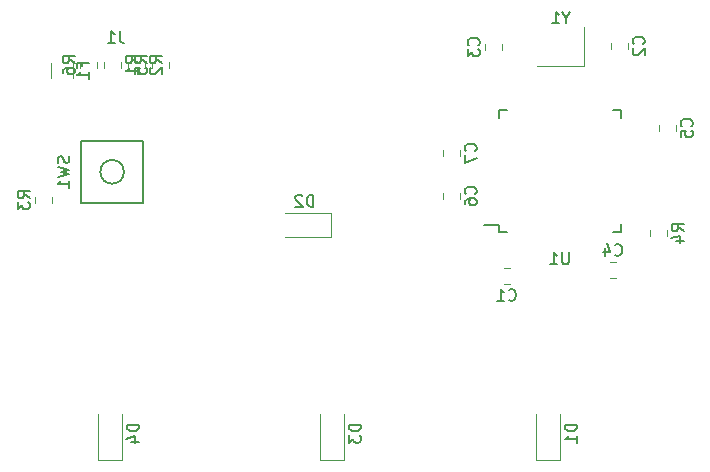
<source format=gbr>
G04 #@! TF.GenerationSoftware,KiCad,Pcbnew,(5.1.4)-1*
G04 #@! TF.CreationDate,2022-10-19T22:43:07-05:00*
G04 #@! TF.ProjectId,MusePad,4d757365-5061-4642-9e6b-696361645f70,rev?*
G04 #@! TF.SameCoordinates,Original*
G04 #@! TF.FileFunction,Legend,Bot*
G04 #@! TF.FilePolarity,Positive*
%FSLAX46Y46*%
G04 Gerber Fmt 4.6, Leading zero omitted, Abs format (unit mm)*
G04 Created by KiCad (PCBNEW (5.1.4)-1) date 2022-10-19 22:43:07*
%MOMM*%
%LPD*%
G04 APERTURE LIST*
%ADD10C,0.150000*%
%ADD11C,0.120000*%
G04 APERTURE END LIST*
D10*
X50046000Y-109860000D02*
X50046000Y-104660000D01*
X50046000Y-104660000D02*
X44846000Y-104660000D01*
X44846000Y-104660000D02*
X44846000Y-109860000D01*
X44846000Y-109860000D02*
X50046000Y-109860000D01*
X48446000Y-107260000D02*
G75*
G03X48446000Y-107260000I-1000000J0D01*
G01*
D11*
X87428000Y-98336000D02*
X83428000Y-98336000D01*
X87428000Y-95036000D02*
X87428000Y-98336000D01*
D10*
X80169000Y-111788000D02*
X78894000Y-111788000D01*
X90519000Y-112363000D02*
X89844000Y-112363000D01*
X90519000Y-102013000D02*
X89844000Y-102013000D01*
X80169000Y-102013000D02*
X80844000Y-102013000D01*
X80169000Y-112363000D02*
X80844000Y-112363000D01*
X80169000Y-102013000D02*
X80169000Y-102688000D01*
X90519000Y-102013000D02*
X90519000Y-102688000D01*
X90519000Y-112363000D02*
X90519000Y-111688000D01*
X80169000Y-112363000D02*
X80169000Y-111788000D01*
D11*
X46176000Y-97960922D02*
X46176000Y-98478078D01*
X44756000Y-97960922D02*
X44756000Y-98478078D01*
X52272000Y-97960922D02*
X52272000Y-98478078D01*
X50852000Y-97960922D02*
X50852000Y-98478078D01*
X93016000Y-112702078D02*
X93016000Y-112184922D01*
X94436000Y-112702078D02*
X94436000Y-112184922D01*
X42366000Y-109390922D02*
X42366000Y-109908078D01*
X40946000Y-109390922D02*
X40946000Y-109908078D01*
X48820000Y-98478078D02*
X48820000Y-97960922D01*
X50240000Y-98478078D02*
X50240000Y-97960922D01*
X46788000Y-98478078D02*
X46788000Y-97960922D01*
X48208000Y-98478078D02*
X48208000Y-97960922D01*
X42270000Y-99278064D02*
X42270000Y-98073936D01*
X44090000Y-99278064D02*
X44090000Y-98073936D01*
X48244000Y-131662000D02*
X48244000Y-127762000D01*
X46244000Y-131662000D02*
X46244000Y-127762000D01*
X48244000Y-131662000D02*
X46244000Y-131662000D01*
X67040000Y-131662000D02*
X67040000Y-127762000D01*
X65040000Y-131662000D02*
X65040000Y-127762000D01*
X67040000Y-131662000D02*
X65040000Y-131662000D01*
X66004000Y-110760000D02*
X62104000Y-110760000D01*
X66004000Y-112760000D02*
X62104000Y-112760000D01*
X66004000Y-110760000D02*
X66004000Y-112760000D01*
X85328000Y-131662000D02*
X85328000Y-127762000D01*
X83328000Y-131662000D02*
X83328000Y-127762000D01*
X85328000Y-131662000D02*
X83328000Y-131662000D01*
X75490000Y-105922578D02*
X75490000Y-105405422D01*
X76910000Y-105922578D02*
X76910000Y-105405422D01*
X75490000Y-109557078D02*
X75490000Y-109039922D01*
X76910000Y-109557078D02*
X76910000Y-109039922D01*
X93778000Y-103812078D02*
X93778000Y-103294922D01*
X95198000Y-103812078D02*
X95198000Y-103294922D01*
X90096078Y-116280000D02*
X89578922Y-116280000D01*
X90096078Y-114860000D02*
X89578922Y-114860000D01*
X80466000Y-96436922D02*
X80466000Y-96954078D01*
X79046000Y-96436922D02*
X79046000Y-96954078D01*
X89714000Y-96857078D02*
X89714000Y-96339922D01*
X91134000Y-96857078D02*
X91134000Y-96339922D01*
X80591922Y-115368000D02*
X81109078Y-115368000D01*
X80591922Y-116788000D02*
X81109078Y-116788000D01*
D10*
X48085333Y-95316380D02*
X48085333Y-96030666D01*
X48132952Y-96173523D01*
X48228190Y-96268761D01*
X48371047Y-96316380D01*
X48466285Y-96316380D01*
X47085333Y-96316380D02*
X47656761Y-96316380D01*
X47371047Y-96316380D02*
X47371047Y-95316380D01*
X47466285Y-95459238D01*
X47561523Y-95554476D01*
X47656761Y-95602095D01*
X43786761Y-105926666D02*
X43834380Y-106069523D01*
X43834380Y-106307619D01*
X43786761Y-106402857D01*
X43739142Y-106450476D01*
X43643904Y-106498095D01*
X43548666Y-106498095D01*
X43453428Y-106450476D01*
X43405809Y-106402857D01*
X43358190Y-106307619D01*
X43310571Y-106117142D01*
X43262952Y-106021904D01*
X43215333Y-105974285D01*
X43120095Y-105926666D01*
X43024857Y-105926666D01*
X42929619Y-105974285D01*
X42882000Y-106021904D01*
X42834380Y-106117142D01*
X42834380Y-106355238D01*
X42882000Y-106498095D01*
X42834380Y-106831428D02*
X43834380Y-107069523D01*
X43120095Y-107260000D01*
X43834380Y-107450476D01*
X42834380Y-107688571D01*
X43834380Y-108593333D02*
X43834380Y-108021904D01*
X43834380Y-108307619D02*
X42834380Y-108307619D01*
X42977238Y-108212380D01*
X43072476Y-108117142D01*
X43120095Y-108021904D01*
X85904190Y-94212190D02*
X85904190Y-94688380D01*
X86237523Y-93688380D02*
X85904190Y-94212190D01*
X85570857Y-93688380D01*
X84713714Y-94688380D02*
X85285142Y-94688380D01*
X84999428Y-94688380D02*
X84999428Y-93688380D01*
X85094666Y-93831238D01*
X85189904Y-93926476D01*
X85285142Y-93974095D01*
X86105904Y-114090380D02*
X86105904Y-114899904D01*
X86058285Y-114995142D01*
X86010666Y-115042761D01*
X85915428Y-115090380D01*
X85724952Y-115090380D01*
X85629714Y-115042761D01*
X85582095Y-114995142D01*
X85534476Y-114899904D01*
X85534476Y-114090380D01*
X84534476Y-115090380D02*
X85105904Y-115090380D01*
X84820190Y-115090380D02*
X84820190Y-114090380D01*
X84915428Y-114233238D01*
X85010666Y-114328476D01*
X85105904Y-114376095D01*
X44268380Y-98052833D02*
X43792190Y-97719500D01*
X44268380Y-97481404D02*
X43268380Y-97481404D01*
X43268380Y-97862357D01*
X43316000Y-97957595D01*
X43363619Y-98005214D01*
X43458857Y-98052833D01*
X43601714Y-98052833D01*
X43696952Y-98005214D01*
X43744571Y-97957595D01*
X43792190Y-97862357D01*
X43792190Y-97481404D01*
X43268380Y-98909976D02*
X43268380Y-98719500D01*
X43316000Y-98624261D01*
X43363619Y-98576642D01*
X43506476Y-98481404D01*
X43696952Y-98433785D01*
X44077904Y-98433785D01*
X44173142Y-98481404D01*
X44220761Y-98529023D01*
X44268380Y-98624261D01*
X44268380Y-98814738D01*
X44220761Y-98909976D01*
X44173142Y-98957595D01*
X44077904Y-99005214D01*
X43839809Y-99005214D01*
X43744571Y-98957595D01*
X43696952Y-98909976D01*
X43649333Y-98814738D01*
X43649333Y-98624261D01*
X43696952Y-98529023D01*
X43744571Y-98481404D01*
X43839809Y-98433785D01*
X50364380Y-98052833D02*
X49888190Y-97719500D01*
X50364380Y-97481404D02*
X49364380Y-97481404D01*
X49364380Y-97862357D01*
X49412000Y-97957595D01*
X49459619Y-98005214D01*
X49554857Y-98052833D01*
X49697714Y-98052833D01*
X49792952Y-98005214D01*
X49840571Y-97957595D01*
X49888190Y-97862357D01*
X49888190Y-97481404D01*
X49364380Y-98957595D02*
X49364380Y-98481404D01*
X49840571Y-98433785D01*
X49792952Y-98481404D01*
X49745333Y-98576642D01*
X49745333Y-98814738D01*
X49792952Y-98909976D01*
X49840571Y-98957595D01*
X49935809Y-99005214D01*
X50173904Y-99005214D01*
X50269142Y-98957595D01*
X50316761Y-98909976D01*
X50364380Y-98814738D01*
X50364380Y-98576642D01*
X50316761Y-98481404D01*
X50269142Y-98433785D01*
X95828380Y-112276833D02*
X95352190Y-111943500D01*
X95828380Y-111705404D02*
X94828380Y-111705404D01*
X94828380Y-112086357D01*
X94876000Y-112181595D01*
X94923619Y-112229214D01*
X95018857Y-112276833D01*
X95161714Y-112276833D01*
X95256952Y-112229214D01*
X95304571Y-112181595D01*
X95352190Y-112086357D01*
X95352190Y-111705404D01*
X95161714Y-113133976D02*
X95828380Y-113133976D01*
X94780761Y-112895880D02*
X95495047Y-112657785D01*
X95495047Y-113276833D01*
X40458380Y-109482833D02*
X39982190Y-109149500D01*
X40458380Y-108911404D02*
X39458380Y-108911404D01*
X39458380Y-109292357D01*
X39506000Y-109387595D01*
X39553619Y-109435214D01*
X39648857Y-109482833D01*
X39791714Y-109482833D01*
X39886952Y-109435214D01*
X39934571Y-109387595D01*
X39982190Y-109292357D01*
X39982190Y-108911404D01*
X39458380Y-109816166D02*
X39458380Y-110435214D01*
X39839333Y-110101880D01*
X39839333Y-110244738D01*
X39886952Y-110339976D01*
X39934571Y-110387595D01*
X40029809Y-110435214D01*
X40267904Y-110435214D01*
X40363142Y-110387595D01*
X40410761Y-110339976D01*
X40458380Y-110244738D01*
X40458380Y-109959023D01*
X40410761Y-109863785D01*
X40363142Y-109816166D01*
X51632380Y-98052833D02*
X51156190Y-97719500D01*
X51632380Y-97481404D02*
X50632380Y-97481404D01*
X50632380Y-97862357D01*
X50680000Y-97957595D01*
X50727619Y-98005214D01*
X50822857Y-98052833D01*
X50965714Y-98052833D01*
X51060952Y-98005214D01*
X51108571Y-97957595D01*
X51156190Y-97862357D01*
X51156190Y-97481404D01*
X50727619Y-98433785D02*
X50680000Y-98481404D01*
X50632380Y-98576642D01*
X50632380Y-98814738D01*
X50680000Y-98909976D01*
X50727619Y-98957595D01*
X50822857Y-99005214D01*
X50918095Y-99005214D01*
X51060952Y-98957595D01*
X51632380Y-98386166D01*
X51632380Y-99005214D01*
X49600380Y-98052833D02*
X49124190Y-97719500D01*
X49600380Y-97481404D02*
X48600380Y-97481404D01*
X48600380Y-97862357D01*
X48648000Y-97957595D01*
X48695619Y-98005214D01*
X48790857Y-98052833D01*
X48933714Y-98052833D01*
X49028952Y-98005214D01*
X49076571Y-97957595D01*
X49124190Y-97862357D01*
X49124190Y-97481404D01*
X49600380Y-99005214D02*
X49600380Y-98433785D01*
X49600380Y-98719500D02*
X48600380Y-98719500D01*
X48743238Y-98624261D01*
X48838476Y-98529023D01*
X48886095Y-98433785D01*
X44928571Y-98342666D02*
X44928571Y-98009333D01*
X45452380Y-98009333D02*
X44452380Y-98009333D01*
X44452380Y-98485523D01*
X45452380Y-99390285D02*
X45452380Y-98818857D01*
X45452380Y-99104571D02*
X44452380Y-99104571D01*
X44595238Y-99009333D01*
X44690476Y-98914095D01*
X44738095Y-98818857D01*
X49696380Y-128673904D02*
X48696380Y-128673904D01*
X48696380Y-128912000D01*
X48744000Y-129054857D01*
X48839238Y-129150095D01*
X48934476Y-129197714D01*
X49124952Y-129245333D01*
X49267809Y-129245333D01*
X49458285Y-129197714D01*
X49553523Y-129150095D01*
X49648761Y-129054857D01*
X49696380Y-128912000D01*
X49696380Y-128673904D01*
X49029714Y-130102476D02*
X49696380Y-130102476D01*
X48648761Y-129864380D02*
X49363047Y-129626285D01*
X49363047Y-130245333D01*
X68492380Y-128673904D02*
X67492380Y-128673904D01*
X67492380Y-128912000D01*
X67540000Y-129054857D01*
X67635238Y-129150095D01*
X67730476Y-129197714D01*
X67920952Y-129245333D01*
X68063809Y-129245333D01*
X68254285Y-129197714D01*
X68349523Y-129150095D01*
X68444761Y-129054857D01*
X68492380Y-128912000D01*
X68492380Y-128673904D01*
X67492380Y-129578666D02*
X67492380Y-130197714D01*
X67873333Y-129864380D01*
X67873333Y-130007238D01*
X67920952Y-130102476D01*
X67968571Y-130150095D01*
X68063809Y-130197714D01*
X68301904Y-130197714D01*
X68397142Y-130150095D01*
X68444761Y-130102476D01*
X68492380Y-130007238D01*
X68492380Y-129721523D01*
X68444761Y-129626285D01*
X68397142Y-129578666D01*
X64492095Y-110212380D02*
X64492095Y-109212380D01*
X64254000Y-109212380D01*
X64111142Y-109260000D01*
X64015904Y-109355238D01*
X63968285Y-109450476D01*
X63920666Y-109640952D01*
X63920666Y-109783809D01*
X63968285Y-109974285D01*
X64015904Y-110069523D01*
X64111142Y-110164761D01*
X64254000Y-110212380D01*
X64492095Y-110212380D01*
X63539714Y-109307619D02*
X63492095Y-109260000D01*
X63396857Y-109212380D01*
X63158761Y-109212380D01*
X63063523Y-109260000D01*
X63015904Y-109307619D01*
X62968285Y-109402857D01*
X62968285Y-109498095D01*
X63015904Y-109640952D01*
X63587333Y-110212380D01*
X62968285Y-110212380D01*
X86780380Y-128673904D02*
X85780380Y-128673904D01*
X85780380Y-128912000D01*
X85828000Y-129054857D01*
X85923238Y-129150095D01*
X86018476Y-129197714D01*
X86208952Y-129245333D01*
X86351809Y-129245333D01*
X86542285Y-129197714D01*
X86637523Y-129150095D01*
X86732761Y-129054857D01*
X86780380Y-128912000D01*
X86780380Y-128673904D01*
X86780380Y-130197714D02*
X86780380Y-129626285D01*
X86780380Y-129912000D02*
X85780380Y-129912000D01*
X85923238Y-129816761D01*
X86018476Y-129721523D01*
X86066095Y-129626285D01*
X78207142Y-105497333D02*
X78254761Y-105449714D01*
X78302380Y-105306857D01*
X78302380Y-105211619D01*
X78254761Y-105068761D01*
X78159523Y-104973523D01*
X78064285Y-104925904D01*
X77873809Y-104878285D01*
X77730952Y-104878285D01*
X77540476Y-104925904D01*
X77445238Y-104973523D01*
X77350000Y-105068761D01*
X77302380Y-105211619D01*
X77302380Y-105306857D01*
X77350000Y-105449714D01*
X77397619Y-105497333D01*
X77302380Y-105830666D02*
X77302380Y-106497333D01*
X78302380Y-106068761D01*
X78207142Y-109131833D02*
X78254761Y-109084214D01*
X78302380Y-108941357D01*
X78302380Y-108846119D01*
X78254761Y-108703261D01*
X78159523Y-108608023D01*
X78064285Y-108560404D01*
X77873809Y-108512785D01*
X77730952Y-108512785D01*
X77540476Y-108560404D01*
X77445238Y-108608023D01*
X77350000Y-108703261D01*
X77302380Y-108846119D01*
X77302380Y-108941357D01*
X77350000Y-109084214D01*
X77397619Y-109131833D01*
X77302380Y-109988976D02*
X77302380Y-109798500D01*
X77350000Y-109703261D01*
X77397619Y-109655642D01*
X77540476Y-109560404D01*
X77730952Y-109512785D01*
X78111904Y-109512785D01*
X78207142Y-109560404D01*
X78254761Y-109608023D01*
X78302380Y-109703261D01*
X78302380Y-109893738D01*
X78254761Y-109988976D01*
X78207142Y-110036595D01*
X78111904Y-110084214D01*
X77873809Y-110084214D01*
X77778571Y-110036595D01*
X77730952Y-109988976D01*
X77683333Y-109893738D01*
X77683333Y-109703261D01*
X77730952Y-109608023D01*
X77778571Y-109560404D01*
X77873809Y-109512785D01*
X96495142Y-103386833D02*
X96542761Y-103339214D01*
X96590380Y-103196357D01*
X96590380Y-103101119D01*
X96542761Y-102958261D01*
X96447523Y-102863023D01*
X96352285Y-102815404D01*
X96161809Y-102767785D01*
X96018952Y-102767785D01*
X95828476Y-102815404D01*
X95733238Y-102863023D01*
X95638000Y-102958261D01*
X95590380Y-103101119D01*
X95590380Y-103196357D01*
X95638000Y-103339214D01*
X95685619Y-103386833D01*
X95590380Y-104291595D02*
X95590380Y-103815404D01*
X96066571Y-103767785D01*
X96018952Y-103815404D01*
X95971333Y-103910642D01*
X95971333Y-104148738D01*
X96018952Y-104243976D01*
X96066571Y-104291595D01*
X96161809Y-104339214D01*
X96399904Y-104339214D01*
X96495142Y-104291595D01*
X96542761Y-104243976D01*
X96590380Y-104148738D01*
X96590380Y-103910642D01*
X96542761Y-103815404D01*
X96495142Y-103767785D01*
X90004166Y-114277142D02*
X90051785Y-114324761D01*
X90194642Y-114372380D01*
X90289880Y-114372380D01*
X90432738Y-114324761D01*
X90527976Y-114229523D01*
X90575595Y-114134285D01*
X90623214Y-113943809D01*
X90623214Y-113800952D01*
X90575595Y-113610476D01*
X90527976Y-113515238D01*
X90432738Y-113420000D01*
X90289880Y-113372380D01*
X90194642Y-113372380D01*
X90051785Y-113420000D01*
X90004166Y-113467619D01*
X89147023Y-113705714D02*
X89147023Y-114372380D01*
X89385119Y-113324761D02*
X89623214Y-114039047D01*
X89004166Y-114039047D01*
X78463142Y-96528833D02*
X78510761Y-96481214D01*
X78558380Y-96338357D01*
X78558380Y-96243119D01*
X78510761Y-96100261D01*
X78415523Y-96005023D01*
X78320285Y-95957404D01*
X78129809Y-95909785D01*
X77986952Y-95909785D01*
X77796476Y-95957404D01*
X77701238Y-96005023D01*
X77606000Y-96100261D01*
X77558380Y-96243119D01*
X77558380Y-96338357D01*
X77606000Y-96481214D01*
X77653619Y-96528833D01*
X77558380Y-96862166D02*
X77558380Y-97481214D01*
X77939333Y-97147880D01*
X77939333Y-97290738D01*
X77986952Y-97385976D01*
X78034571Y-97433595D01*
X78129809Y-97481214D01*
X78367904Y-97481214D01*
X78463142Y-97433595D01*
X78510761Y-97385976D01*
X78558380Y-97290738D01*
X78558380Y-97005023D01*
X78510761Y-96909785D01*
X78463142Y-96862166D01*
X92431142Y-96431833D02*
X92478761Y-96384214D01*
X92526380Y-96241357D01*
X92526380Y-96146119D01*
X92478761Y-96003261D01*
X92383523Y-95908023D01*
X92288285Y-95860404D01*
X92097809Y-95812785D01*
X91954952Y-95812785D01*
X91764476Y-95860404D01*
X91669238Y-95908023D01*
X91574000Y-96003261D01*
X91526380Y-96146119D01*
X91526380Y-96241357D01*
X91574000Y-96384214D01*
X91621619Y-96431833D01*
X91621619Y-96812785D02*
X91574000Y-96860404D01*
X91526380Y-96955642D01*
X91526380Y-97193738D01*
X91574000Y-97288976D01*
X91621619Y-97336595D01*
X91716857Y-97384214D01*
X91812095Y-97384214D01*
X91954952Y-97336595D01*
X92526380Y-96765166D01*
X92526380Y-97384214D01*
X81017166Y-118085142D02*
X81064785Y-118132761D01*
X81207642Y-118180380D01*
X81302880Y-118180380D01*
X81445738Y-118132761D01*
X81540976Y-118037523D01*
X81588595Y-117942285D01*
X81636214Y-117751809D01*
X81636214Y-117608952D01*
X81588595Y-117418476D01*
X81540976Y-117323238D01*
X81445738Y-117228000D01*
X81302880Y-117180380D01*
X81207642Y-117180380D01*
X81064785Y-117228000D01*
X81017166Y-117275619D01*
X80064785Y-118180380D02*
X80636214Y-118180380D01*
X80350500Y-118180380D02*
X80350500Y-117180380D01*
X80445738Y-117323238D01*
X80540976Y-117418476D01*
X80636214Y-117466095D01*
M02*

</source>
